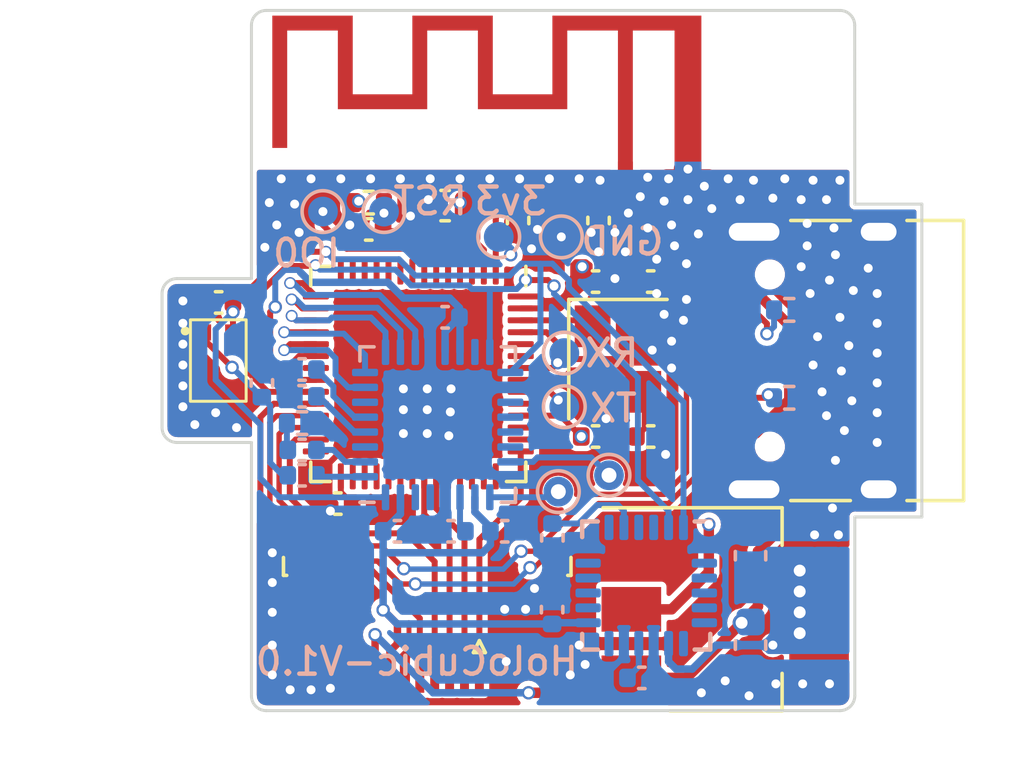
<source format=kicad_pcb>
(kicad_pcb (version 20211014) (generator pcbnew)
  (layers (0 "F.Cu" signal) (1 "In1.Cu" signal "In_GND.Cu") (2 "In2.Cu" signal "In_VCC.Cu") (31 "B.Cu" signal) (34 "B.Paste" user) (35 "F.Paste" user) (36 "B.SilkS" user "B.Silkscreen") (37 "F.SilkS" user "F.Silkscreen") (38 "B.Mask" user) (39 "F.Mask" user) (44 "Edge.Cuts" user))
  (net 0 "")
  (net 1 "Net-(AE1-Pad1)")
  (net 2 "GND")
  (net 3 "+5V")
  (net 4 "+3V3")
  (net 5 "/RST")
  (net 6 "/LNA")
  (net 7 "Net-(C9-Pad1)")
  (net 8 "Net-(C10-Pad1)")
  (net 9 "Net-(C11-Pad1)")
  (net 10 "Net-(C12-Pad2)")
  (net 11 "Net-(C13-Pad2)")
  (net 12 "Net-(C14-Pad1)")
  (net 13 "Net-(C14-Pad2)")
  (net 14 "Net-(C15-Pad2)")
  (net 15 "Net-(C16-Pad2)")
  (net 16 "Net-(C17-Pad1)")
  (net 17 "Net-(C19-Pad1)")
  (net 18 "/LCD_MOSI")
  (net 19 "/LCD_SCK")
  (net 20 "/LCD_CS")
  (net 21 "/LCD_DC")
  (net 22 "/LCD_BL")
  (net 23 "Net-(J2-PadA5)")
  (net 24 "/USB_D+")
  (net 25 "/USB_D-")
  (net 27 "Net-(J2-PadB5)")
  (net 29 "Net-(U3-Pad25)")
  (net 30 "Net-(U3-Pad23)")
  (net 31 "/TX0")
  (net 32 "/RX0")
  (net 33 "/IO0")
  (net 48 "/I2S_DACDAT")
  (net 49 "/I2S_MCK")
  (net 50 "/I2C_SDA")
  (net 51 "/I2C_SCL")
  (net 52 "/I2S_LRCK")
  (net 57 "/I2S_BCLK")
  (net 58 "/I2S_ADCDAT")
  (net 68 "Net-(C23-Pad2)")
  (net 69 "Net-(C24-Pad2)")
  (footprint "Capacitor_SMD:C_0402_1005Metric" (layer "F.Cu") (at 121.9 106.3 180)
    (fp_text reference "C17" hide)
    (fp_text value "2.2uf")
  )
  (footprint "Package_TO_SOT_SMD:SOT-223-3_TabPin2" (layer "F.Cu") (at 138.9 116.6)
    (fp_text reference "U1" hide)
    (fp_text value "AMS1117-3.3")
  )
  (footprint "Capacitor_SMD:C_0402_1005Metric" (layer "F.Cu") (at 125.9 113.05 180)
    (fp_text reference "C10" hide)
    (fp_text value "1uf")
  )
  (footprint "RF_Antenna:Texas_SWRA117D_2.4GHz_Left" (layer "F.Cu") (at 135.55 101.825)
    (fp_text reference "AE1" hide)
    (fp_text value "Antenna_Shield")
  )
  (footprint "Capacitor_SMD:C_0402_1005Metric" (layer "F.Cu") (at 134.65 103.55 -90)
    (fp_text reference "C8" hide)
    (fp_text value "3pf")
  )
  (footprint "Capacitor_SMD:C_0402_1005Metric" (layer "F.Cu") (at 131.95 103.55 -90)
    (fp_text reference "C7" hide)
    (fp_text value "3pf")
  )
  (footprint "Crystal:Crystal_SMD_3225-4Pin_3.2x2.5mm" (layer "F.Cu") (at 135.3 108.2 -90)
    (fp_text reference "Y1" hide)
    (fp_text value "40MHz")
  )
  (footprint "Capacitor_SMD:C_0402_1005Metric" (layer "F.Cu") (at 134.55 110.8)
    (fp_text reference "C3" hide)
    (fp_text value "0.1uf")
  )
  (footprint "Capacitor_SMD:C_0402_1005Metric" (layer "F.Cu") (at 136.4 105.6)
    (fp_text reference "C9" hide)
    (fp_text value "10pf")
  )
  (footprint "Inductor_SMD:L_0402_1005Metric" (layer "F.Cu") (at 129.9 104)
    (fp_text reference "L1" hide)
    (fp_text value "10uh")
  )
  (footprint "Capacitor_SMD:C_0402_1005Metric" (layer "F.Cu") (at 136.4 110.8)
    (fp_text reference "C11" hide)
    (fp_text value "10pf")
  )
  (footprint "Connector_USB:USB_C_Receptacle_HRO_TYPE-C-31-M-12" (layer "F.Cu") (at 143 108.25 90)
    (fp_text reference "J2" hide)
    (fp_text value "USB_C_Receptacle_USB2.0")
  )
  (footprint "Inductor_SMD:L_0402_1005Metric" (layer "F.Cu") (at 133.3 103.1)
    (fp_text reference "L1" hide)
    (fp_text value "10uh")
  )
  (footprint "Package_DFN_QFN:QFN-56-1EP_7x7mm_P0.4mm_EP5.6x5.6mm" (layer "F.Cu") (at 128.6 108.7 -90)
    (fp_text reference "U2" hide)
    (fp_text value "ESP32-S3")
  )
  (footprint "Capacitor_SMD:C_0603_1608Metric" (layer "F.Cu") (at 129.5 103.05 180)
    (fp_text reference "C2" hide)
    (fp_text value "1uf")
  )
  (footprint "Connector_FFC-FPC:TE_0-1734839-8_1x08-1MP_P0.5mm_Horizontal" (layer "F.Cu") (at 128.9 117.5 180)
    (fp_text reference "J1" hide)
    (fp_text value "TFT_LCD")
  )
  (footprint "Resistor_SMD:R_0402_1005Metric" (layer "F.Cu") (at 126.9375 102.95)
    (fp_text reference "R1" hide)
    (fp_text value "10k")
  )
  (footprint "Capacitor_SMD:C_0402_1005Metric" (layer "F.Cu") (at 126.9375 103.85 180)
    (fp_text reference "C5" hide)
    (fp_text value "0.1uf")
  )
  (footprint "misc:MEMS_MIC_2.75x1.85x0.9mm" (layer "F.Cu") (at 121.3771 109.2074)
    (property "Reference" "MK?")
    (property "Value" "Microphone_MEMS")
    (fp_text reference "MK1" hide)
    (fp_text value "Microphone_MEMS")
  )
  (footprint "Capacitor_SMD:C_0402_1005Metric" (layer "F.Cu") (at 134.55 105.6)
    (fp_text reference "C6" hide)
    (fp_text value "0.1uf")
  )
  (footprint "Capacitor_SMD:C_0603_1608Metric" (layer "B.Cu") (at 139.75 114.8 90)
    (fp_text reference "C4" hide)
    (fp_text value "10uf")
  )
  (footprint "Capacitor_SMD:C_0402_1005Metric" (layer "B.Cu") (at 124.7 111.25)
    (fp_text reference "C14" hide)
    (fp_text value "1uf")
  )
  (footprint "Capacitor_SMD:C_0402_1005Metric" (layer "B.Cu") (at 131.5 113.98 180)
    (fp_text reference "C21" hide)
    (fp_text value "2.2uf")
  )
  (footprint "TestPoint:TestPoint_Pad_D1.0mm" (layer "B.Cu") (at 135 112.1 -90)
    (fp_text reference "TP8" hide)
    (fp_text value "TestPoint")
  )
  (footprint "TestPoint:TestPoint_Pad_D1.0mm" (layer "B.Cu") (at 133.3 112.65 -90)
    (fp_text reference "TP7" hide)
    (fp_text value "TestPoint")
  )
  (footprint "TestPoint:TestPoint_Pad_D1.0mm" (layer "B.Cu") (at 127.45 103.25 180)
    (fp_text reference "TP3" hide)
    (fp_text value "TestPoint")
  )
  (footprint "Resistor_SMD:R_0402_1005Metric" (layer "B.Cu") (at 124.7 110.35 180)
    (fp_text reference "R4" hide)
    (fp_text value "0Ω")
  )
  (footprint "TestPoint:TestPoint_Pad_D1.0mm" (layer "B.Cu") (at 125.4 103.25 180)
    (fp_text reference "TP4" hide)
    (fp_text value "TestPoint")
  )
  (footprint "Capacitor_SMD:C_0402_1005Metric" (layer "B.Cu") (at 129.7 113.98 180)
    (fp_text reference "C19" hide)
    (fp_text value "2.2uf")
  )
  (footprint "Package_DFN_QFN:QFN-32-1EP_5x5mm_P0.5mm_EP3.3x3.3mm" (layer "B.Cu") (at 129.25 110.4)
    (fp_text reference "U3" hide)
    (fp_text value "WM8978")
  )
  (footprint "Capacitor_SMD:C_0402_1005Metric" (layer "B.Cu") (at 133.1 114.2 90)
    (fp_text reference "C23" hide)
    (fp_text value "2.2uf")
  )
  (footprint "Capacitor_SMD:C_0402_1005Metric" (layer "B.Cu") (at 124.7 112.1)
    (fp_text reference "C13" hide)
    (fp_text value "1uf")
  )
  (footprint "Resistor_SMD:R_0402_1005Metric" (layer "B.Cu") (at 141.05 109.5)
    (fp_text reference "R2" hide)
    (fp_text value "5.1k")
  )
  (footprint "Capacitor_SMD:C_0402_1005Metric" (layer "B.Cu") (at 129.5 106.8)
    (fp_text reference "C20" hide)
    (fp_text value "2.2uf")
  )
  (footprint "TestPoint:TestPoint_Pad_D1.0mm" (layer "B.Cu") (at 133.4 104.1 180)
    (fp_text reference "TP6" hide)
    (fp_text value "TestPoint")
  )
  (footprint "TestPoint:TestPoint_Pad_D1.0mm" (layer "B.Cu") (at 131.3 104.1 180)
    (fp_text reference "TP5" hide)
    (fp_text value "TestPoint")
  )
  (footprint "Capacitor_SMD:C_0402_1005Metric" (layer "B.Cu") (at 124.7 109.45)
    (fp_text reference "C15" hide)
    (fp_text value "1uf")
  )
  (footprint "Capacitor_SMD:C_0402_1005Metric" (layer "B.Cu") (at 124.7 108.55)
    (fp_text reference "C16" hide)
    (fp_text value "1uf")
  )
  (footprint "Capacitor_SMD:C_0603_1608Metric" (layer "B.Cu") (at 139.75 117.8 -90)
    (fp_text reference "C1" hide)
    (fp_text value "10uf")
  )
  (footprint "Capacitor_SMD:C_0402_1005Metric" (layer "B.Cu") (at 123.35 109 -90)
    (fp_text reference "C12" hide)
    (fp_text value "10pf")
  )
  (footprint "Capacitor_SMD:C_0402_1005Metric" (layer "B.Cu") (at 133.090476 116.61 -90)
    (fp_text reference "C22" hide)
    (fp_text value "2.2uf")
  )
  (footprint "Sensor_Motion:InvenSense_QFN-24_4x4mm_P0.5mm" (layer "B.Cu") (at 136.25 115.8 180)
    (fp_text reference "U4" hide)
    (fp_text value "MPU-6050")
  )
  (footprint "TestPoint:TestPoint_Pad_D1.0mm" (layer "B.Cu") (at 133.5 109.8)
    (fp_text reference "TP1" hide)
    (fp_text value "TestPoint")
  )
  (footprint "Resistor_SMD:R_0402_1005Metric" (layer "B.Cu") (at 141.05 106.55)
    (fp_text reference "R3" hide)
    (fp_text value "5.1k")
  )
  (footprint "TestPoint:TestPoint_Pad_D1.0mm" (layer "B.Cu") (at 133.5 108)
    (fp_text reference "TP2" hide)
    (fp_text value "TestPoint")
  )
  (footprint "Capacitor_SMD:C_0402_1005Metric" (layer "B.Cu") (at 136.1 118.9 180)
    (fp_text reference "C24" hide)
    (fp_text value "1uf")
  )
  (footprint "Capacitor_SMD:C_0402_1005Metric" (layer "B.Cu") (at 127.9 113.98)
    (fp_text reference "C18" hide)
    (fp_text value "1uf")
  )
  (gr_line (start 142.746447 96.5) (end 123.5 96.5) (layer "Edge.Cuts") (width 0.1))
  (gr_line (start 123.5 120) (end 142.75 120) (layer "Edge.Cuts") (width 0.1))
  (gr_line (start 145.5 103) (end 143.25 103) (layer "Edge.Cuts") (width 0.1))
  (gr_line (start 120 106) (end 120 110.5) (layer "Edge.Cuts") (width 0.1))
  (gr_line (start 120.5 111) (end 123 111) (layer "Edge.Cuts") (width 0.1))
  (gr_arc (start 120.5 111) (mid 120.146447 110.853553) (end 120 110.5) (layer "Edge.Cuts") (width 0.1))
  (gr_line (start 123 105.5) (end 120.5 105.5) (layer "Edge.Cuts") (width 0.1))
  (gr_line (start 143.25 119.5) (end 143.25 113.5) (layer "Edge.Cuts") (width 0.1))
  (gr_line (start 143.25 103) (end 143.246447 97) (layer "Edge.Cuts") (width 0.1))
  (gr_line (start 143.25 113.5) (end 145.5 113.5) (layer "Edge.Cuts") (width 0.1))
  (gr_line (start 123 111) (end 123 119.5) (layer "Edge.Cuts") (width 0.1))
  (gr_arc (start 123 97) (mid 123.146447 96.646447) (end 123.5 96.5) (layer "Edge.Cuts") (width 0.1))
  (gr_line (start 123 97) (end 123 105.5) (layer "Edge.Cuts") (width 0.1))
  (gr_arc (start 143.25 119.5) (mid 143.103553 119.853553) (end 142.75 120) (layer "Edge.Cuts") (width 0.1))
  (gr_arc (start 123.5 120) (mid 123.146447 119.853553) (end 123 119.5) (layer "Edge.Cuts") (width 0.1))
  (gr_line (start 145.5 113.5) (end 145.5 103) (layer "Edge.Cuts") (width 0.1))
  (gr_arc (start 142.746447 96.5) (mid 143.1 96.646447) (end 143.246447 97) (layer "Edge.Cuts") (width 0.1))
  (gr_arc (start 120 106) (mid 120.146447 105.646447) (end 120.5 105.5) (layer "Edge.Cuts") (width 0.1))
  (gr_text "GND" (at 135.45 104.25) (layer "B.SilkS") (effects (font (size 0.9 0.9)) (justify mirror)))
  (gr_text "RST" (at 129 102.9) (layer "B.SilkS") (effects (font (size 0.9 0.9)) (justify mirror)))
  (gr_text "TX" (at 135.15 109.85) (layer "B.SilkS") (effects (font (size 0.9 0.9)) (justify mirror)))
  (gr_text "IO0" (at 124.85 104.65) (layer "B.SilkS") (effects (font (size 0.9 0.9)) (justify mirror)))
  (gr_text "HoloCubic-V1.0" (at 128.55 118.35) (layer "B.SilkS") (effects (font (size 0.9 0.9)) (justify mirror)))
  (gr_text "3v3" (at 131.7 102.9) (layer "B.SilkS") (effects (font (size 0.9 0.9)) (justify mirror)))
  (gr_text "RX" (at 135.1 108) (layer "B.SilkS") (effects (font (size 0.9 0.9)) (justify mirror)))
  (segment (start 135.55 101.825) (end 135.55 102.17) (width 0.4) (layer "F.Cu") (net 1))
  (segment (start 134.65 103.07) (end 133.815 103.07) (width 0.4) (layer "F.Cu") (net 1))
  (arc (start 133.815 103.07) (mid 133.793787 103.078787) (end 133.785 103.1) (width 0.4) (layer "F.Cu") (net 1))
  (arc (start 135.55 102.17) (mid 135.286396 102.806396) (end 134.65 103.07) (width 0.4) (layer "F.Cu") (net 1))
  (arc (start 134.62 103.1) (mid 134.641213 103.091213) (end 134.65 103.07) (width 0.2) (layer "F.Cu") (net 1))
  (segment (start 126.1 119.7) (end 125.65 119.25) (width 0.2) (layer "F.Cu") (net 2))
  (segment (start 137.45 102.15) (end 137.625 101.975) (width 0.2) (layer "F.Cu") (net 2))
  (segment (start 125.42 111.88) (end 128.6 108.7) (width 0.2) (layer "F.Cu") (net 2))
  (segment (start 137.925 102.45) (end 137.625 102.45) (width 0.3) (layer "F.Cu") (net 2))
  (segment (start 137.325 102.45) (end 137.625 102.45) (width 0.3) (layer "F.Cu") (net 2))
  (segment (start 125.65 119.25) (end 125.48 119.08) (width 0.2) (layer "F.Cu") (net 2))
  (segment (start 138.375 102) (end 137.925 102.45) (width 0.3) (layer "F.Cu") (net 2))
  (segment (start 136.875 102) (end 137.325 102.45) (width 0.3) (layer "F.Cu") (net 2))
  (segment (start 128.15 119.65) (end 128.1 119.7) (width 0.2) (layer "F.Cu") (net 2))
  (segment (start 125.42 113.05) (end 125.42 111.88) (width 0.2) (layer "F.Cu") (net 2))
  (segment (start 137.625 101.825) (end 137.625 102.45) (width 0.9) (layer "F.Cu") (net 2))
  (segment (start 125.48 119.08) (end 125.48 117.15) (width 0.2) (layer "F.Cu") (net 2))
  (segment (start 128.1 119.7) (end 126.1 119.7) (width 0.2) (layer "F.Cu") (net 2))
  (segment (start 128.15 118.85) (end 128.15 119.65) (width 0.2) (layer "F.Cu") (net 2))
  (segment (start 136.875 102.15) (end 137.45 102.15) (width 0.3) (layer "F.Cu") (net 2))
  (segment (start 138.37 101.98) (end 136.92 101.98) (width 0.3) (layer "F.Cu") (net 2))
  (segment (start 137.8 102.15) (end 137.625 101.975) (width 0.2) (layer "F.Cu") (net 2))
  (segment (start 138.375 102.15) (end 137.8 102.15) (width 0.3) (layer "F.Cu") (net 2))
  (via (at 142.7 114.1) (size 0.45) (drill 0.3) (layers "F.Cu" "B.Cu") (net 2))
  (via (at 134.9 110.2) (size 0.45) (drill 0.3) (layers "F.Cu" "B.Cu") (net 2))
  (via (at 142.15 109.3) (size 0.45) (drill 0.3) (layers "F.Cu" "B.Cu") (net 2))
  (via (at 129.675 109.975) (size 0.45) (drill 0.3) (layers "F.Cu" "B.Cu") (net 2))
  (via (at 120.7 107) (size 0.45) (drill 0.3) (layers "F.Cu" "B.Cu") (net 2))
  (via (at 123.7 117.8) (size 0.45) (drill 0.3) (layers "F.Cu" "B.Cu") (net 2))
  (via (at 142.6 104.7) (size 0.45) (drill 0.3) (layers "F.Cu" "B.Cu") (net 2))
  (via (at 135.2 103.95) (size 0.45) (drill 0.3) (layers "F.Cu" "B.Cu") (net 2))
  (via (at 128.1 110.7) (size 0.45) (drill 0.3) (layers "F.Cu" "B.Cu") (net 2))
  (via (at 128 102.15) (size 0.45) (drill 0.3) (layers "F.Cu" "B.Cu") (net 2))
  (via (at 137 102.15) (size 0.45) (drill 0.3) (layers "F.Cu" "B.Cu") (net 2))
  (via (at 142.4 119.1) (size 0.45) (drill 0.3) (layers "F.Cu" "B.Cu") (net 2))
  (via (at 142.9 110.6) (size 0.45) (drill 0.3) (layers "F.Cu" "B.Cu") (net 2))
  (via (at 123.45 104.45) (size 0.45) (drill 0.3) (layers "F.Cu" "B.Cu") (net 2))
  (via (at 135.65 103.3) (size 0.45) (drill 0.3) (layers "F.Cu" "B.Cu") (net 2))
  (via (at 129.7 109.2) (size 0.45) (drill 0.3) (layers "F.Cu" "B.Cu") (net 2))
  (via (at 139.85 102.2) (size 0.45) (drill 0.3) (layers "F.Cu" "B.Cu") (net 2))
  (via (at 142.4 105.55) (size 0.45) (drill 0.3) (layers "F.Cu" "B.Cu") (net 2))
  (via (at 137.2 104.4) (size 0.45) (drill 0.3) (layers "F.Cu" "B.Cu") (net 2))
  (via (at 125 119.3) (size 0.45) (drill 0.3) (layers "F.Cu" "B.Cu") (net 2))
  (via (at 131.5 116.6) (size 0.45) (drill 0.3) (layers "F.Cu" "B.Cu") (net 2))
  (via (at 124.3 119.3) (size 0.45) (drill 0.3) (layers "F.Cu" "B.Cu") (net 2))
  (via (at 143.05 107.75) (size 0.45) (drill 0.3) (layers "F.Cu" "B.Cu") (net 2))
  (via (at 137.5 106.9) (size 0.45) (drill 0.3) (layers "F.Cu" "B.Cu") (net 2))
  (via (at 134.4 103.95) (size 0.45) (drill 0.3) (layers "F.Cu" "B.Cu") (net 2))
  (via (at 138 104) (size 0.45) (drill 0.3) (layers "F.Cu" "B.Cu") (net 2))
  (via (at 124.6 103.95) (size 0.45) (drill 0.3) (layers "F.Cu" "B.Cu") (net 2))
  (via (at 132.6 103.85) (size 0.45) (drill 0.3) (layers "F.Cu" "B.Cu") (net 2))
  (via (at 134.65 104.6) (size 0.45) (drill 0.3) (layers "F.Cu" "B.Cu") (net 2))
  (via (at 130 102.15) (size 0.45) (drill 0.3) (layers "F.Cu" "B.Cu") (net 2))
  (via (at 142.3 110.1) (size 0.45) (drill 0.3) (layers "F.Cu" "B.Cu") (net 2))
  (via (at 140.9 102.15) (size 0.45) (drill 0.3) (layers "F.Cu" "B.Cu") (net 2))
  (via (at 123.6 102.95) (size 0.45) (drill 0.3) (layers "F.Cu" "B.Cu") (net 2))
  (via (at 142.75 106.8) (size 0.45) (drill 0.3) (layers "F.Cu" "B.Cu") (net 2))
  (via (at 123.7 116.7) (size 0.45) (drill 0.3) (layers "F.Cu" "B.Cu") (net 2))
  (via (at 128.9 109.2) (size 0.45) (drill 0.3) (layers "F.Cu" "B.Cu") (net 2))
  (via (at 133 102.15) (size 0.45) (drill 0.3) (layers "F.Cu" "B.Cu") (net 2))
  (via (at 135.2 105.5) (size 0.45) (drill 0.3) (layers "F.Cu" "B.Cu") (net 2))
  (via (at 136.85 102.9) (size 0.45) (drill 0.3) (layers "F.Cu" "B.Cu") (net 2))
  (via (at 134.7 102.2) (size 0.45) (drill 0.3) (layers "F.Cu" "B.Cu") (net 2))
  (via (at 143.15 109.6) (size 0.45) (drill 0.3) (layers "F.Cu" "B.Cu") (net 2))
  (via (at 144 110) (size 0.45) (drill 0.3) (layers "F.Cu" "B.Cu") (net 2))
  (via (at 120.7 108.4) (size 0.45) (drill 0.3) (layers "F.Cu" "B.Cu") (net 2))
  (via (at 142.75 102.2) (size 0.45) (drill 0.3) (layers "F.Cu" "B.Cu") (net 2))
  (via (at 143.7 105.15) (size 0.45) (drill 0.3) (layers "F.Cu" "B.Cu") (net 2))
  (via (at 128.9 110.7) (size 0.45) (drill 0.3) (layers "F.Cu" "B.Cu") (net 2))
  (via (at 134 102.15) (size 0.45) (drill 0.3) (layers "F.Cu" "B.Cu") (net 2))
  (via (at 131 102.15) (size 0.45) (drill 0.3) (layers "F.Cu" "B.Cu") (net 2))
  (via (at 141.5 119.1) (size 0.45) (drill 0.3) (layers "F.Cu" "B.Cu") (net 2))
  (via (at 120.7 107.7) (size 0.45) (drill 0.3) (layers "F.Cu" "B.Cu") (net 2))
  (via (at 142.5 113.2) (size 0.45) (drill 0.3) (layers "F.Cu" "B.Cu") (net 2))
  (via (at 138.45 103.15) (size 0.45) (drill 0.3) (layers "F.Cu" "B.Cu") (net 2))
  (via (at 139.4 102.85) (size 0.45) (drill 0.3) (layers "F.Cu" "B.Cu") (net 2))
  (via (at 123.7 114.7) (size 0.45) (drill 0.3) (layers "F.Cu" "B.Cu") (net 2))
  (via (at 137.1 103.7) (size 0.45) (drill 0.3) (layers "F.Cu" "B.Cu") (net 2))
  (via (at 138.1 119.4) (size 0.45) (drill 0.3) (layers "F.Cu" "B.Cu") (net 2))
  (via (at 136.3 102.1) (size 0.45) (drill 0.3) (layers "F.Cu" "B.Cu") (net 2))
  (via (at 144 109) (size 0.45) (drill 0.3) (layers "F.Cu" "B.Cu") (net 2))
  (via (at 144 106) (size 0.45) (drill 0.3) (layers "F.Cu" "B.Cu") (net 2))
  (via (at 126 102.15) (size 0.45) (drill 0.3) (layers "F.Cu" "B.Cu") (net 2))
  (via (at 124 102.15) (size 0.45) (drill 0.3) (layers "F.Cu" "B.Cu") (net 2))
  (via (at 125.65 119.25) (size 0.45) (drill 0.3) (layers "F.Cu" "B.Cu") (net 2))
  (via (at 139 102.15) (size 0.45) (drill 0.3) (layers "F.Cu" "B.Cu") (net 2))
  (via (at 138.2 102.4) (size 0.45) (drill 0.3) (layers "F.Cu" "B.Cu") (net 2))
  (via (at 136.6 104.85) (size 0.45) (drill 0.3) (layers "F.Cu" "B.Cu") (net 2))
  (via (at 141.45 105.1) (size 0.45) (drill 0.3) (layers "F.Cu" "B.Cu") (net 2))
  (via (at 142.8 108.6) (size 0.45) (drill 0.3) (layers "F.Cu" "B.Cu") (net 2))
  (via (at 143.2 105.9) (size 0.45) (drill 0.3) (layers "F.Cu" "B.Cu") (net 2))
  (via (at 123.7 118.8) (size 0.45) (drill 0.3) (layers "F.Cu" "B.Cu") (net 2))
  (via (at 136.05 102.75) (size 0.45) (drill 0.3) (layers "F.Cu" "B.Cu") (net 2))
  (via (at 137.6 106.2) (size 0.45) (drill 0.3) (layers "F.Cu" "B.Cu") (net 2))
  (via (at 136.85 106.7) (size 0.45) (drill 0.3) (layers "F.Cu" "B.Cu") (net 2))
  (via (at 141.65 103.65) (size 0.45) (drill 0.3) (layers "F.Cu" "B.Cu") (net 2))
  (via (at 127 102.15) (size 0.45) (drill 0.3) (layers "F.Cu" "B.Cu") (net 2))
  (via (at 136.9 111.4) (size 0.45) (drill 0.3) (layers "F.Cu" "B.Cu") (net 2))
  (via (at 138.9 119) (size 0.45) (drill 0.3) (layers "F.Cu" "B.Cu") (net 2))
  (via (at 128.3375 103.4) (size 0.45) (drill 0.3) (layers "F.Cu" "B.Cu") (net 2))
  (via (at 125.65 113.3) (size 0.45) (drill 0.3) (layers "F.Cu" "B.Cu") (net 2))
  (via (at 128.1 109.2) (size 0.45) (drill 0.3) (layers "F.Cu" "B.Cu") (net 2))
  (via (at 134.2 118.45) (size 0.45) (drill 0.3) (layers "F.Cu" "B.Cu") (net 2))
  (via (at 136.6 106) (size 0.45) (drill 0.3) (layers "F.Cu" "B.Cu") (net 2))
  (via (at 137.65 102.85) (size 0.45) (drill 0.3) (layers "F.Cu" "B.Cu") (net 2))
  (via (at 132.2 116.6) (size 0.45) (drill 0.3) (layers "F.Cu" "B.Cu") (net 2))
  (via (at 122.5 110.5) (size 0.45) (drill 0.3) (layers "F.Cu" "B.Cu") (net 2))
  (via (at 136.3 103.8) (size 0.45) (drill 0.3) (layers "F.Cu" "B.Cu") (net 2))
  (via (at 135.55 104.6) (size 0.45) (drill 0.3) (layers "F.Cu" "B.Cu") (net 2))
  (via (at 120.7 106.25) (size 0.45) (drill 0.3) (layers "F.Cu" "B.Cu") (net 2))
  (via (at 134 117.8) (size 0.45) (drill 0.3) (layers "F.Cu" "B.Cu") (net 2))
  (via (at 144 111) (size 0.45) (drill 0.3) (layers "F.Cu" "B.Cu") (net 2))
  (via (at 123.7 115.7) (size 0.45) (drill 0.3) (layers "F.Cu" "B.Cu") (net 2))
  (via (at 141.45 102.85) (size 0.45) (drill 0.3) (layers "F.Cu" "B.Cu") (net 2))
  (via (at 126.3 103.7) (size 0.45) (drill 0.3) (layers "F.Cu" "B.Cu") (net 2))
  (via (at 141.85 102.2) (size 0.45) (drill 0.3) (layers "F.Cu" "B.Cu") (net 2))
  (via (at 137.1 108.5) (size 0.45) (drill 0.3) (layers "F.Cu" "B.Cu") (net 2))
  (via (at 141.75 106) (size 0.45) (drill 0.3) (layers "F.Cu" "B.Cu") (net 2))
  (via (at 132.4 104.5) (size 0.45) (drill 0.3) (layers "F.Cu" "B.Cu") (net 2))
  (via (at 141.9 114.1) (size 0.45) (drill 0.3) (layers "F.Cu" "B.Cu") (net 2))
  (via (at 144 108) (size 0.45) (drill 0.3) (layers "F.Cu" "B.Cu") (net 2))
  (via (at 142.6 111.6) (size 0.45) (drill 0.3) (layers "F.Cu" "B.Cu") (net 2))
  (via (at 120.7 109.1) (size 0.45) (drill 0.3) (layers "F.Cu" "B.Cu") (net 2))
  (via (at 132.5 115.9) (size 0.45) (drill 0.3) (layers "F.Cu" "B.Cu") (net 2))
  (via (at 128.9 109.9) (size 0.45) (drill 0.3) (layers "F.Cu" "B.Cu") (net 2))
  (via (at 131.55 118.35) (size 0.45) (drill 0.3) (layers "F.Cu" "B.Cu") (net 2))
  (via (at 137.1 107.6) (size 0.45) (drill 0.3) (layers "F.Cu" "B.Cu") (net 2))
  (via (at 144 107) (size 0.45) (drill 0.3) (layers "F.Cu" "B.Cu") (net 2))
  (via (at 140.6 119.1) (size 0.45) (drill 0.3) (layers "F.Cu" "B.Cu") (net 2))
  (via (at 133.7 118.8) (size 0.45) (drill 0.3) (layers "F.Cu" "B.Cu") (net 2))
  (via (at 121.1 110.4) (size 0.45) (drill 0.3) (layers "F.Cu" "B.Cu") (net 2))
  (via (at 136.45 107.9) (size 0.45) (drill 0.3) (layers "F.Cu" "B.Cu") (net 2))
  (via (at 141.65 104.4) (size 0.45) (drill 0.3) (layers "F.Cu" "B.Cu") (net 2))
  (via (at 129 102.15) (size 0.45) (drill 0.3) (layers "F.Cu" "B.Cu") (net 2))
  (via (at 132 102.15) (size 0.45) (drill 0.3) (layers "F.Cu" "B.Cu") (net 2))
  (via (at 142.3 102.85) (size 0.45) (drill 0.3) (layers "F.Cu" "B.Cu") (net 2))
  (via (at 121.8 110) (size 0.45) (drill 0.3) (layers "F.Cu" "B.Cu") (net 2))
  (via (at 125 102.15) (size 0.45) (drill 0.3) (layers "F.Cu" "B.Cu") (net 2))
  (via (at 124.45 103) (size 0.45) (drill 0.3) (layers "F.Cu" "B.Cu") (net 2))
  (via (at 128.1 109.9) (size 0.45) (drill 0.3) (layers "F.Cu" "B.Cu") (net 2))
  (via (at 120.7 109.8) (size 0.45) (drill 0.3) (layers "F.Cu" "B.Cu") (net 2))
  (via (at 140.5 102.8) (size 0.45) (drill 0.3) (layers "F.Cu" "B.Cu") (net 2))
  (via (at 137.6 105) (size 0.45) (drill 0.3) (layers "F.Cu" "B.Cu") (net 2))
  (via (at 123.85 103.7) (size 0.45) (drill 0.3) (layers "F.Cu" "B.Cu") (net 2))
  (via (at 142 107.45) (size 0.45) (drill 0.3) (layers "F.Cu" "B.Cu") (net 2))
  (via (at 139.7 119.5) (size 0.45) (drill 0.3) (layers "F.Cu" "B.Cu") (net 2))
  (via (at 141.85 108.4) (size 0.45) (drill 0.3) (layers "F.Cu" "B.Cu") (net 2))
  (via (at 133.4 104.1) (size 0.45) (drill 0.3) (layers "F.Cu" "B.Cu") (net 2))
  (via (at 129.625 110.775) (size 0.45) (drill 0.3) (layers "F.Cu" "B.Cu") (net 2))
  (via (at 128.9375 102.85) (size 0.45) (drill 0.3) (layers "F.Cu" "B.Cu") (net 2))
  (via (at 142.55 103.8) (size 0.45) (drill 0.3) (layers "F.Cu" "B.Cu") (net 2))
  (segment (start 131.6875 109.15) (end 130.5 109.15) (width 0.2) (layer "B.Cu") (net 2))
  (segment (start 134.4 118.65) (end 134.2 118.45) (width 0.2) (layer "B.Cu") (net 2))
  (segment (start 129.5 112.8375) (end 129.5 110.65) (width 0.2) (layer "B.Cu") (net 2))
  (segment (start 135.5 118.18742) (end 135.03742 118.65) (width 0.2) (layer "B.Cu") (net 2))
  (segment (start 133.090476 116.13) (end 133.090476 114.689524) (width 0.2) (layer "B.Cu") (net 2))
  (segment (start 135.5 117.75) (end 135.5 118.18742) (width 0.2) (layer "B.Cu") (net 2))
  (segment (start 136.58 118.9) (end 136.70759 119.02759) (width 0.2) (layer "B.Cu") (net 2))
  (segment (start 129.675 109.975) (end 129.25 110.4) (width 0.2) (layer "B.Cu") (net 2))
  (segment (start 129.5 113.7) (end 129.22 113.98) (width 0.2) (layer "B.Cu") (net 2))
  (segment (start 132.4 113.98) (end 131.98 113.98) (width 0.2) (layer "B.Cu") (net 2))
  (segment (start 129.425 110.575) (end 129.25 110.4) (width 0.2) (layer "B.Cu") (net 2))
  (segment (start 131 112.15) (end 129.625 110.775) (width 0.2) (layer "B.Cu") (net 2))
  (segment (start 129.02 106.7) (end 129.02 107.9425) (width 0.2) (layer "B.Cu") (net 2))
  (segment (start 129 107.9625) (end 129 110) (width 0.2) (layer "B.Cu") (net 2))
  (segment (start 134.3 114.55) (end 133.23 114.55) (width 0.2) (layer "B.Cu") (net 2))
  (segment (start 130.5 109.15) (end 129.675 109.975) (width 0.2) (layer "B.Cu") (net 2))
  (segment (start 128.38 113.98) (end 129.22 113.98) (width 0.2) (layer "B.Cu") (net 2))
  (segment (start 135.03742 118.65) (end 134.4 118.65) (width 0.2) (layer "B.Cu") (net 2))
  (segment (start 133.23 114.55) (end 133.1 114.68) (width 0.2) (layer "B.Cu") (net 2))
  (segment (start 136.5 118.82) (end 136.58 118.9) (width 0.2) (layer "B.Cu") (net 2))
  (segment (start 129.625 110.775) (end 129.425 110.575) (width 0.2) (layer "B.Cu") (net 2))
  (segment (start 129.02 107.9425) (end 129 107.9625) (width 0.2) (layer "B.Cu") (net 2))
  (segment (start 129.5 112.8375) (end 129.5 113.7) (width 0.2) (layer "B.Cu") (net 2))
  (segment (start 129 110) (end 129 110.15) (width 0.2) (layer "B.Cu") (net 2))
  (segment (start 133.090476 114.689524) (end 133.1 114.68) (width 0.2) (layer "B.Cu") (net 2))
  (segment (start 133.1 114.68) (end 132.4 113.98) (width 0.2) (layer "B.Cu") (net 2))
  (segment (start 131.6875 112.15) (end 131 112.15) (width 0.2) (layer "B.Cu") (net 2))
  (segment (start 136.5 117.75) (end 136.5 118.82) (width 0.2) (layer "B.Cu") (net 2))
  (segment (start 141.7 112.95) (end 141.7 110.221438) (width 0.35) (layer "F.Cu") (net 3))
  (segment (start 135.75 118.9) (end 135.25 119.4) (width 0.35) (layer "F.Cu") (net 3))
  (segment (start 141.7 110.221438) (end 141.05 109.571438) (width 0.35) (layer "F.Cu") (net 3))
  (segment (start 141.05 107.070978) (end 141.05 109.571438) (width 0.35) (layer "F.Cu") (net 3))
  (segment (start 138.955 105.8) (end 139.779022 105.8) (width 0.25) (layer "F.Cu") (net 3))
  (segment (start 140 114.65) (end 141.7 112.95) (width 0.35) (layer "F.Cu") (net 3))
  (segment (start 135.25 119.4) (end 132.3 119.4) (width 0.35) (layer "F.Cu") (net 3))
  (segment (start 137.6 118.9) (end 139.45 117.05) (width 0.35) (layer "F.Cu") (net 3))
  (segment (start 139.779022 105.8) (end 141.05 107.070978) (width 0.35) (layer "F.Cu") (net 3))
  (segment (start 141.05 109.571438) (end 139.921438 110.7) (width 0.35) (layer "F.Cu") (net 3))
  (segment (start 140 116.5) (end 140 114.65) (width 0.35) (layer "F.Cu") (net 3))
  (segment (start 139.45 117.05) (end 140 116.5) (width 0.35) (layer "F.Cu") (net 3))
  (segment (start 127.15 118.85) (end 127.15 117.45) (width 0.25) (layer "F.Cu") (net 3))
  (segment (start 139.921438 110.7) (end 138.955 110.7) (width 0.25) (layer "F.Cu") (net 3))
  (segment (start 135.75 118.9) (end 137.6 118.9) (width 0.35) (layer "F.Cu") (net 3))
  (via (at 132.3 119.4) (size 0.45) (drill 0.3) (layers "F.Cu" "B.Cu") (net 3))
  (via (at 127.15 117.45) (size 0.45) (drill 0.3) (layers "F.Cu" "B.Cu") (net 3))
  (via (at 139.45 117.05) (size 0.6) (drill 0.4) (layers "F.Cu" "B.Cu") (net 3))
  (segment (start 129.1 119.4) (end 132.3 119.4) (width 0.25) (layer "B.Cu") (net 3))
  (segment (start 127.15 117.45) (end 129.1 119.4) (width 0.25) (layer "B.Cu") (net 3))
  (segment (start 130.4 103.3875) (end 130.1625 103.15) (width 0.2) (layer "F.Cu") (net 4))
  (segment (start 127.65 118.000978) (end 127.9 117.750978) (width 0.25) (layer "F.Cu") (net 4))
  (segment (start 127.9 117.750978) (end 127.9 117.1) (width 0.25) (layer "F.Cu") (net 4))
  (segment (start 130.2875 104.025) (end 130.2875 103.65) (width 0.2) (layer "F.Cu") (net 4))
  (segment (start 133.37 110.1) (end 132.0375 110.1) (width 0.2) (layer "F.Cu") (net 4))
  (segment (start 137.1 116.6) (end 135.75 116.6) (width 0.35) (layer "F.Cu") (net 4))
  (segment (start 133.05 106.5) (end 132.0375 106.5) (width 0.2) (layer "F.Cu") (net 4))
  (segment (start 130.4 105.2625) (end 130.4 104.1375) (width 0.2) (layer "F.Cu") (net 4))
  (segment (start 130.35625 104.09375) (end 130.2875 104.025) (width 0.2) (layer "F.Cu") (net 4))
  (segment (start 124.6 108.1) (end 124.3 108.4) (width 0.2) (layer "F.Cu") (net 4))
  (segment (start 130.4 104.1375) (end 130.4 103.3875) (width 0.2) (layer "F.Cu") (net 4))
  (segment (start 133.17 106.5) (end 133.385 106.285) (width 0.2) (layer "F.Cu") (net 4))
  (segment (start 130.6 104.3375) (end 130.35625 104.09375) (width 0.2) (layer "F.Cu") (net 4))
  (segment (start 127.9 117.1) (end 127.42 116.62) (width 0.25) (layer "F.Cu") (net 4))
  (segment (start 125.1625 108.1) (end 124.6 108.1) (width 0.2) (layer "F.Cu") (net 4))
  (segment (start 133.585 106.085) (end 134.07 105.6) (width 0.2) (layer "F.Cu") (net 4))
  (segment (start 123.62904 106.62096) (end 123.8 106.45) (width 0.2) (layer "F.Cu") (net 4))
  (segment (start 130.1625 103.15) (end 130.1625 104.125) (width 0.2) (layer "F.Cu") (net 4))
  (segment (start 130.6 104.3375) (end 130.4 104.1375) (width 0.2) (layer "F.Cu") (net 4))
  (segment (start 130.8 104.7625) (end 130.8 104.5375) (width 0.2) (layer "F.Cu") (net 4))
  (segment (start 138.35 113.75) (end 138.35 115.35) (width 0.35) (layer "F.Cu") (net 4))
  (segment (start 130.8 105.2625) (end 130.8 104.7625) (width 0.2) (layer "F.Cu") (net 4))
  (segment (start 138.35 115.35) (end 137.1 116.6) (width 0.35) (layer "F.Cu") (net 4))
  (segment (start 130.8 104.5375) (end 130.6 104.3375) (width 0.2) (layer "F.Cu") (net 4))
  (segment (start 133.37 110.1) (end 134.07 110.8) (width 0.2) (layer "F.Cu") (net 4))
  (segment (start 130.1625 104.125) (end 130.8 104.7625) (width 0.2) (layer "F.Cu") (net 4))
  (segment (start 124.3 108.4) (end 123.815006 108.4) (width 0.2) (layer "F.Cu") (net 4))
  (segment (start 133.385 106.285) (end 133.56 106.11) (width 0.2) (layer "F.Cu") (net 4))
  (segment (start 127.65 118.85) (end 127.65 118.000978) (width 0.25) (layer "F.Cu") (net 4))
  (segment (start 133.56 106.11) (end 133.585 106.085) (width 0.2) (layer "F.Cu") (net 4))
  (segment (start 123.815006 108.4) (end 123.62904 108.214034) (width 0.2) (layer "F.Cu") (net 4))
  (segment (start 123.62904 108.214034) (end 123.62904 106.62096) (width 0.2) (layer "F.Cu") (net 4))
  (segment (start 132.65 106.1) (end 133.05 106.5) (width 0.2) (layer "F.Cu") (net 4))
  (segment (start 133.05 106.5) (end 133.17 106.5) (width 0.2) (layer "F.Cu") (net 4))
  (segment (start 132.0375 106.1) (end 132.65 106.1) (width 0.2) (layer "F.Cu") (net 4))
  (via (at 134.1 105.1) (size 0.45) (drill 0.3) (layers "F.Cu" "B.Cu") (net 4))
  (via (at 131.7 104.7) (size 0.45) (drill 0.3) (layers "F.Cu" "B.Cu") (net 4))
  (via (at 140.5 117.8) (size 0.45) (drill 0.3) (layers "F.Cu" "B.Cu") (net 4))
  (via (at 123.8 106.45) (size 0.45) (drill 0.3) (layers "F.Cu" "B.Cu") (net 4))
  (via (at 141.4 116.7) (size 0.6) (drill 0.4) (layers "F.Cu" "B.Cu") (net 4))
  (via (at 141.4 117.4) (size 0.6) (drill 0.4) (layers "F.Cu" "B.Cu") (net 4))
  (via (at 134.07 110.8) (size 0.45) (drill 0.3) (layers "F.Cu" "B.Cu") (net 4))
  (via (at 127.42 116.62) (size 0.45) (drill 0.3) (layers "F.Cu" "B.Cu") (net 4))
  (via (at 126.6 102.9) (size 0.45) (drill 0.3) (layers "F.Cu" "B.Cu") (net 4))
  (via (at 141.4 115.3) (size 0.6) (drill 0.4) (layers "F.Cu" "B.Cu") (net 4))
  (via (at 141.4 116) (size 0.6) (drill 0.4) (layers "F.Cu" "B.Cu") (net 4))
  (via (at 138.35 113.75) (size 0.45) (drill 0.3) (layers "F.Cu" "B.Cu") (net 4))
  (via (at 130 102.95) (size 0.45) (drill 0.3) (layers "F.Cu" "B.Cu") (net 4))
  (segment (start 124.560489 105.210489) (end 124.65 105.3) (width 0.2) (layer "B.Cu") (net 4))
  (segment (start 127.42 114.67) (end 127.42 116.62) (width 0.25) (layer "B.Cu") (net 4))
  (segment (start 130 106.82) (end 130 107.9625) (width 0.25) (layer "B.Cu") (net 4))
  (segment (start 130.5 112.8375) (end 130.5 113.33307) (width 0.25) (layer "B.Cu") (net 4))
  (segment (start 134.3 117.05) (end 133.130476 117.05) (width 0.25) (layer "B.Cu") (net 4))
  (segment (start 127.42 113.98) (end 127.42 114.67) (width 0.25) (layer "B.Cu") (net 4))
  (segment (start 128.10356 106.15356) (end 127.57452 105.62452) (width 0.25) (layer "B.Cu") (net 4))
  (segment (start 129.98 106.8) (end 129.98 106.48) (width 0.25) (layer "B.Cu") (net 4))
  (segment (start 137 118.35307) (end 137.25 118.60307) (width 0.25) (layer "B.Cu") (net 4))
  (segment (start 127.45 114.7) (end 127.42 114.67) (width 0.25) (layer "B.Cu") (net 4))
  (segment (start 131.02 113.85307) (end 131.02 113.98) (width 0.25) (layer "B.Cu") (net 4))
  (segment (start 137.79693 118.60307) (end 138.6 117.8) (width 0.25) (layer "B.Cu") (net 4))
  (segment (start 131.7 104.7) (end 131.7 104.5) (width 0.25) (layer "B.Cu") (net 4))
  (segment (start 124.982747 105.624519) (end 124.65 105.291772) (width 0.25) (layer "B.Cu") (net 4))
  (segment (start 130.5 113.33307) (end 131.02 113.85307) (width 0.25) (layer "B.Cu") (net 4))
  (segment (start 137.25 118.60307) (end 137.79693 118.60307) (width 0.25) (layer "B.Cu") (net 4))
  (segment (start 129.5 107.28693) (end 129.62452 107.16241) (width 0.25) (layer "B.Cu") (net 4))
  (segment (start 124.117947 105.210489) (end 124.560489 105.210489) (width 0.2) (layer "B.Cu") (net 4))
  (segment (start 128 112.8375) (end 128 113.4) (width 0.25) (layer "B.Cu") (net 4))
  (segment (start 133.090476 117.09) (end 127.89 117.09) (width 0.25) (layer "B.Cu") (net 4))
  (segment (start 131.02 114.43) (end 130.75 114.7) (width 0.25) (layer "B.Cu") (net 4))
  (segment (start 128 113.4) (end 127.42 113.98) (width 0.25) (layer "B.Cu") (net 4))
  (segment (start 129.5 107.9625) (end 129.5 107.28693) (width 0.25) (layer "B.Cu") (net 4))
  (segment (start 129.98 106.8) (end 130 106.82) (width 0.25) (layer "B.Cu") (net 4))
  (segment (start 129.98 106.48) (end 129.65356 106.15356) (width 0.25) (layer "B.Cu") (net 4))
  (segment (start 127.89 117.09) (end 127.42 116.62) (width 0.25) (layer "B.Cu") (net 4))
  (segment (start 137 117.75) (end 137 118.35307) (width 0.25) (layer "B.Cu") (net 4))
  (segment (start 133.130476 117.05) (end 133.090476 117.09) (width 0.25) (layer "B.Cu") (net 4))
  (segment (start 141.125 115.575) (end 141.4 115.3) (width 0.25) (layer "B.Cu") (net 4))
  (segment (start 127.57452 105.62452) (end 124.982747 105.624519) (width 0.25) (layer "B.Cu") (net 4))
  (segment (start 131.02 113.98) (end 131.02 114.43) (width 0.25) (layer "B.Cu") (net 4))
  (segment (start 123.8 106.45) (end 123.8 105.528436) (width 0.2) (layer "B.Cu") (net 4))
  (segment (start 139.75 115.575) (end 141.125 115.575) (width 0.25) (layer "B.Cu") (net 4))
  (segment (start 129.65356 106.15356) (end 128.10356 106.15356) (width 0.25) (layer "B.Cu") (net 4))
  (segment (start 130.75 114.7) (end 127.45 114.7) (width 0.25) (layer "B.Cu") (net 4))
  (segment (start 129.62452 107.15548) (end 129.98 106.8) (width 0.25) (layer "B.Cu") (net 4))
  (segment (start 131.7 104.5) (end 131.3 104.1) (width 0.25) (layer "B.Cu") (net 4))
  (segment (start 129.62452 107.16241) (end 129.62452 107.15548) (width 0.25) (layer "B.Cu") (net 4))
  (segment (start 123.8 105.528436) (end 124.117947 105.210489) (width 0.2) (layer "B.Cu") (net 4))
  (segment (start 138.6 117.8) (end 140.5 117.8) (width 0.25) (layer "B.Cu") (net 4))
  (segment (start 127.4475 102.95) (end 127.4475 103.3025) (width 0.2) (layer "F.Cu") (net 5))
  (segment (start 130 105.2625) (end 130 104.5625) (width 0.2) (layer "F.Cu") (net 5))
  (segment (start 129.36875 103.93125) (end 129.3375 103.9) (width 0.2) (layer "F.Cu") (net 5))
  (segment (start 127.46298 103.90452) (end 127.4175 103.95) (width 0.2) (layer "F.Cu") (net 5))
  (segment (start 127.4475 103.3025) (end 127.4475 103.92) (width 0.2) (layer "F.Cu") (net 5))
  (segment (start 129.050999 103.9) (end 129.046479 103.90452) (width 0.2) (layer "F.Cu") (net 5))
  (segment (start 129.3375 103.9) (end 129.050999 103.9) (width 0.2) (layer "F.Cu") (net 5))
  (segment (start 129.046479 103.90452) (end 127.46298 103.90452) (width 0.2) (layer "F.Cu") (net 5))
  (segment (start 127.4475 103.92) (end 127.4175 103.95) (width 0.2) (layer "F.Cu") (net 5))
  (segment (start 130 104.5625) (end 129.36875 103.93125) (width 0.2) (layer "F.Cu") (net 5))
  (via (at 127.4475 103.3025) (size 0.45) (drill 0.3) (layers "F.Cu" "B.Cu") (net 5))
  (segment (start 131.65 103.1) (end 131.92 103.1) (width 0.2) (layer "F.Cu") (net 6))
  (segment (start 132.815 103.1) (end 131.98 103.1) (width 0.4) (layer "F.Cu") (net 6))
  (segment (start 131.2 105.2625) (end 131.2 103.55) (width 0.2) (layer "F.Cu") (net 6))
  (arc (start 131.92 103.1) (mid 131.941213 103.091213) (end 131.95 103.07) (width 0.2) (layer "F.Cu") (net 6))
  (arc (start 131.2 103.55) (mid 131.331802 103.231802) (end 131.65 103.1) (width 0.2) (layer "F.Cu") (net 6))
  (arc (start 131.98 103.1) (mid 131.958787 103.091213) (end 131.95 103.07) (width 0.4) (layer "F.Cu") (net 6))
  (arc (start 132.785 103.07) (mid 132.806213 103.078787) (end 132.815 103.1) (width 0.2) (layer "F.Cu") (net 6))
  (segment (start 135.92 105.6) (end 135.92 105.61329) (width 0.2) (layer "F.Cu") (net 7))
  (segment (start 134.5 107.03329) (end 134.5 107.1) (width 0.2) (layer "F.Cu") (net 7))
  (segment (start 132.0375 106.9) (end 134.3 106.9) (width 0.2) (layer "F.Cu") (net 7))
  (segment (start 135.92 105.61329) (end 134.5 107.03329) (width 0.2) (layer "F.Cu") (net 7))
  (segment (start 134.3 106.9) (end 134.5 107.1) (width 0.2) (layer "F.Cu") (net 7))
  (segment (start 126 112.67) (end 126.38 113.05) (width 0.2) (layer "F.Cu") (net 8))
  (segment (start 126 112.1375) (end 126 112.67) (width 0.2) (layer "F.Cu") (net 8))
  (segment (start 136.2 109.3) (end 136.2 110.52) (width 0.2) (layer "F.Cu") (net 9))
  (segment (start 136.2 110.52) (end 135.92 110.8) (width 0.2) (layer "F.Cu") (net 9))
  (segment (start 132.0375 107.3) (end 132.9 107.3) (width 0.2) (layer "F.Cu") (net 9))
  (segment (start 135.1 108.2) (end 136.2 109.3) (width 0.2) (layer "F.Cu") (net 9))
  (segment (start 132.9 107.3) (end 133.8 108.2) (width 0.2) (layer "F.Cu") (net 9))
  (segment (start 133.8 108.2) (end 135.1 108.2) (width 0.2) (layer "F.Cu") (net 9))
  (segment (start 121.3771 107.5071) (end 122.35 108.48) (width 0.2) (layer "F.Cu") (net 10))
  (segment (start 121.3771 107.3074) (end 121.3771 107.5071) (width 0.2) (layer "F.Cu") (net 10))
  (via (at 122.35 108.48) (size 0.45) (drill 0.3) (layers "F.Cu" "B.Cu") (net 10))
  (segment (start 122.35 108.48) (end 123.35 109.48) (width 0.2) (layer "B.Cu") (net 10))
  (segment (start 124.05 112.1) (end 123.62952 111.67952) (width 0.2) (layer "B.Cu") (net 10))
  (segment (start 123.35 109.48) (end 123.62952 109.75952) (width 0.2) (layer "B.Cu") (net 10))
  (segment (start 124.22 112.1) (end 124.05 112.1) (width 0.2) (layer "B.Cu") (net 10))
  (segment (start 123.62952 111.67952) (end 123.62952 109.75952) (width 0.2) (layer "B.Cu") (net 10))
  (segment (start 125.23 112.15) (end 125.18 112.1) (width 0.2) (layer "B.Cu") (net 11))
  (segment (start 126.8125 112.15) (end 125.23 112.15) (width 0.2) (layer "B.Cu") (net 11))
  (segment (start 124.19 110.35) (end 124.19 111.22) (width 0.2) (layer "B.Cu") (net 12))
  (segment (start 124.19 111.22) (end 124.22 111.25) (width 0.2) (layer "B.Cu") (net 12))
  (segment (start 126.8125 111.65) (end 126.15 111.65) (width 0.2) (layer "B.Cu") (net 13))
  (segment (start 126.15 111.65) (end 125.75 111.25) (width 0.2) (layer "B.Cu") (net 13))
  (segment (start 125.75 111.25) (end 125.18 111.25) (width 0.2) (layer "B.Cu") (net 13))
  (segment (start 126.462022 110.65) (end 125.262022 109.45) (width 0.2) (layer "B.Cu") (net 14))
  (segment (start 125.262022 109.45) (end 125.18 109.45) (width 0.2) (layer "B.Cu") (net 14))
  (segment (start 126.8125 110.65) (end 126.462022 110.65) (width 0.2) (layer "B.Cu") (net 14))
  (segment (start 125.75 109.437978) (end 126.462022 110.15) (width 0.2) (layer "B.Cu") (net 15))
  (segment (start 125.18 108.55) (end 125.75 109.12) (width 0.2) (layer "B.Cu") (net 15))
  (segment (start 125.75 109.12) (end 125.75 109.437978) (width 0.2) (layer "B.Cu") (net 15))
  (segment (start 126.462022 110.15) (end 126.8125 110.15) (width 0.2) (layer "B.Cu") (net 15))
  (segment (start 122.38 106.3) (end 122.38 106.62) (width 0.2) (layer "F.Cu") (net 16))
  (segment (start 122.38 106.62) (end 122.38 107.3003) (width 0.2) (layer "F.Cu") (net 16))
  (via (at 122.38 106.62) (size 0.45) (drill 0.3) (layers "F.Cu" "B.Cu") (net 16))
  (arc (start 122.38 107.3003) (mid 122.38208 107.30532) (end 122.3871 107.3074) (width 0.2) (layer "F.Cu") (net 16))
  (segment (start 127.5 112.8375) (end 123.9375 112.8375) (width 0.2) (layer "B.Cu") (net 16))
  (segment (start 123.3 112.2) (end 123.3 110.4) (width 0.2) (layer "B.Cu") (net 16))
  (segment (start 123.9375 112.8375) (end 123.3 112.2) (width 0.2) (layer "B.Cu") (net 16))
  (segment (start 121.8 107.2) (end 122.38 106.62) (width 0.2) (layer "B.Cu") (net 16))
  (segment (start 123.3 110.4) (end 121.8 108.9) (width 0.2) (layer "B.Cu") (net 16))
  (segment (start 121.8 108.9) (end 121.8 107.2) (width 0.2) (layer "B.Cu") (net 16))
  (segment (start 130 113.85) (end 130.13 113.98) (width 0.2) (layer "B.Cu") (net 17))
  (segment (start 130 113.8) (end 130.18 113.98) (width 0.2) (layer "B.Cu") (net 17))
  (segment (start 130 112.8375) (end 130 113.8) (width 0.2) (layer "B.Cu") (net 17))
  (segment (start 129.65 118.85) (end 129.65 114.2625) (width 0.2) (layer "F.Cu") (net 18))
  (segment (start 128.8 113.4125) (end 128.8 112.1375) (width 0.2) (layer "F.Cu") (net 18))
  (segment (start 129.65 114.2625) (end 128.8 113.4125) (width 0.2) (layer "F.Cu") (net 18))
  (segment (start 124.4875 110.9) (end 125.1625 110.9) (width 0.2) (layer "F.Cu") (net 19))
  (segment (start 124.2875 112.8375) (end 124.2875 111.1) (width 0.2) (layer "F.Cu") (net 19))
  (segment (start 129.15 115) (end 128.2 114.05) (width 0.2) (layer "F.Cu") (net 19))
  (segment (start 128.2 114.05) (end 125.5 114.05) (width 0.2) (layer "F.Cu") (net 19))
  (segment (start 124.2875 111.1) (end 124.4875 110.9) (width 0.2) (layer "F.Cu") (net 19))
  (segment (start 129.15 118.85) (end 129.15 115) (width 0.2) (layer "F.Cu") (net 19))
  (segment (start 125.5 114.05) (end 124.2875 112.8375) (width 0.2) (layer "F.Cu") (net 19))
  (segment (start 130.15 114.1625) (end 130.15 118.85) (width 0.2) (layer "F.Cu") (net 20))
  (segment (start 129.2 113.2125) (end 129.2 112.1375) (width 0.2) (layer "F.Cu") (net 20))
  (segment (start 129.2 113.2125) (end 130.15 114.1625) (width 0.2) (layer "F.Cu") (net 20))
  (segment (start 123.3 113.25) (end 125.35 115.3) (width 0.2) (layer "F.Cu") (net 21))
  (segment (start 125.35 115.3) (end 127.05 115.3) (width 0.2) (layer "F.Cu") (net 21))
  (segment (start 128.65 116.9) (end 128.65 118.85) (width 0.2) (layer "F.Cu") (net 21))
  (segment (start 127.05 115.3) (end 128.65 116.9) (width 0.2) (layer "F.Cu") (net 21))
  (segment (start 125.1625 109.7) (end 123.75 109.7) (width 0.2) (layer "F.Cu") (net 21))
  (segment (start 123.3 110.15) (end 123.3 113.25) (width 0.2) (layer "F.Cu") (net 21))
  (segment (start 123.75 109.7) (end 123.3 110.15) (width 0.2) (layer "F.Cu") (net 21))
  (segment (start 132.0375 111.3) (end 132.0375 112.8625) (width 0.2) (layer "F.Cu") (net 22))
  (segment (start 130.65 114.25) (end 130.65 118.85) (width 0.2) (layer "F.Cu") (net 22))
  (segment (start 132.0375 112.8625) (end 130.65 114.25) (width 0.2) (layer "F.Cu") (net 22))
  (segment (start 138.955 109.5) (end 140.25 109.5) (width 0.2) (layer "F.Cu") (net 23))
  (segment (start 140.25 109.5) (end 140.35 109.4) (width 0.2) (layer "F.Cu") (net 23))
  (via (at 140.35 109.4) (size 0.45) (drill 0.3) (layers "F.Cu" "B.Cu") (net 23))
  (segment (start 137.8 107.840978) (end 138.140978 107.5) (width 0.18) (layer "F.Cu") (net 24))
  (segment (start 138.140978 107.5) (end 138.955 107.5) (width 0.18) (layer "F.Cu") (net 24))
  (segment (start 125.458688 114.47096) (end 123.92904 112.941312) (width 0.18) (layer "F.Cu") (net 24))
  (segment (start 137.6 112) (end 137.6 108.9) (width 0.18) (layer "F.Cu") (net 24))
  (segment (start 138 108.5) (end 137.8 108.3) (width 0.18) (layer "F.Cu") (net 24))
  (segment (start 127.349578 114.47096) (end 125.458688 114.47096) (width 0.18) (layer "F.Cu") (net 24))
  (segment (start 132.5 114.65) (end 134.40952 112.74048) (width 0.18) (layer "F.Cu") (net 24))
  (segment (start 138.955 108.5) (end 138 108.5) (width 0.18) (layer "F.Cu") (net 24))
  (segment (start 128.114309 115.235691) (end 127.349578 114.47096) (width 0.18) (layer "F.Cu") (net 24))
  (segment (start 137.8 108.3) (end 137.8 107.840978) (width 0.18) (layer "F.Cu") (net 24))
  (segment (start 136.85952 112.74048) (end 137.6 112) (width 0.18) (layer "F.Cu") (net 24))
  (segment (start 137.6 108.9) (end 138 108.5) (width 0.18) (layer "F.Cu") (net 24))
  (segment (start 123.92904 112.941312) (end 123.92904 110.72096) (width 0.18) (layer "F.Cu") (net 24))
  (segment (start 134.40952 112.74048) (end 136.85952 112.74048) (width 0.18) (layer "F.Cu") (net 24))
  (segment (start 123.92904 110.72096) (end 124.15 110.5) (width 0.18) (layer "F.Cu") (net 24))
  (segment (start 124.15 110.5) (end 125.1625 110.5) (width 0.18) (layer "F.Cu") (net 24))
  (segment (start 132.05 114.65) (end 132.5 114.65) (width 0.18) (layer "F.Cu") (net 24))
  (via (at 128.114309 115.235691) (size 0.45) (drill 0.3) (layers "F.Cu" "B.Cu") (net 24))
  (via (at 132.05 114.65) (size 0.45) (drill 0.3) (layers "F.Cu" "B.Cu") (net 24))
  (segment (start 131.45 115.25) (end 132.05 114.65) (width 0.18) (layer "B.Cu") (net 24))
  (segment (start 128.128618 115.25) (end 131.45 115.25) (width 0.18) (layer "B.Cu") (net 24))
  (segment (start 128.114309 115.235691) (end 128.128618 115.25) (width 0.18) (layer "B.Cu") (net 24))
  (segment (start 137 113.05) (end 137.95 112.1) (width 0.18) (layer "F.Cu") (net 25))
  (segment (start 134.65 113.05) (end 137 113.05) (width 0.18) (layer "F.Cu") (net 25))
  (segment (start 137.95 112.1) (end 137.940489 112.090489) (width 0.18) (layer "F.Cu") (net 25))
  (segment (start 123.85 110.1) (end 123.61952 110.33048) (width 0.18) (layer "F.Cu") (net 25))
  (segment (start 125.1625 110.1) (end 123.85 110.1) (width 0.18) (layer "F.Cu") (net 25))
  (segment (start 127.23048 114.98048) (end 128 115.75) (width 0.18) (layer "F.Cu") (net 25))
  (segment (start 140.2 108.7) (end 139.9 109) (width 0.18) (layer "F.Cu") (net 25))
  (segment (start 138.2 109) (end 138.955 109) (width 0.18) (layer "F.Cu") (net 25))
  (segment (start 132.35 115.2) (end 132.5 115.2) (width 0.18) (layer "F.Cu") (net 25))
  (segment (start 137.940489 112.090489) (end 137.940489 109.259511) (width 0.18) (layer "F.Cu") (net 25))
  (segment (start 123.61952 113.06952) (end 125.53048 114.98048) (width 0.18) (layer "F.Cu") (net 25))
  (segment (start 140.2 108.2) (end 140.2 108.7) (width 0.18) (layer "F.Cu") (net 25))
  (segment (start 123.61952 110.33048) (end 123.61952 113.06952) (width 0.18) (layer "F.Cu") (net 25))
  (segment (start 138.955 108) (end 140 108) (width 0.18) (layer "F.Cu") (net 25))
  (segment (start 125.53048 114.98048) (end 127.23048 114.98048) (width 0.18) (layer "F.Cu") (net 25))
  (segment (start 140 108) (end 140.2 108.2) (width 0.18) (layer "F.Cu") (net 25))
  (segment (start 128 115.75) (end 128.5 115.75) (width 0.18) (layer "F.Cu") (net 25))
  (segment (start 132.5 115.2) (end 134.65 113.05) (width 0.18) (layer "F.Cu") (net 25))
  (segment (start 139.9 109) (end 138.955 109) (width 0.18) (layer "F.Cu") (net 25))
  (segment (start 137.940489 109.259511) (end 138.2 109) (width 0.18) (layer "F.Cu") (net 25))
  (via (at 132.35 115.2) (size 0.45) (drill 0.3) (layers "F.Cu" "B.Cu") (net 25))
  (via (at 128.5 115.75) (size 0.45) (drill 0.3) (layers "F.Cu" "B.Cu") (net 25))
  (segment (start 132.35 115.2) (end 131.8 115.75) (width 0.18) (layer "B.Cu") (net 25))
  (segment (start 131.8 115.75) (end 128.5 115.75) (width 0.18) (layer "B.Cu") (net 25))
  (segment (start 139.789022 106.5) (end 140.3 107.010978) (width 0.2) (layer "F.Cu") (net 27))
  (segment (start 140.3 107.010978) (end 140.3 107.35) (width 0.2) (layer "F.Cu") (net 27))
  (segment (start 138.955 106.5) (end 139.789022 106.5) (width 0.2) (layer "F.Cu") (net 27))
  (via (at 140.3 107.35) (size 0.45) (drill 0.3) (layers "F.Cu" "B.Cu") (net 27))
  (segment (start 140.54 107.11) (end 140.3 107.35) (width 0.2) (layer "B.Cu") (net 27))
  (segment (start 140.54 106.55) (end 140.54 107.11) (width 0.2) (layer "B.Cu") (net 27))
  (via (at 133.3 112.65) (size 0.7) (drill 0.5) (layers "F.Cu" "B.Cu") (net 29))
  (segment (start 133.1125 112.8375) (end 131 112.8375) (width 0.2) (layer "B.Cu") (net 29))
  (segment (start 133.3 112.65) (end 133.1125 112.8375) (width 0.2) (layer "B.Cu") (net 29))
  (via (at 135 112.1) (size 0.7) (drill 0.5) (layers "F.Cu" "B.Cu") (net 30))
  (segment (start 134.4 111.5) (end 135 112.1) (width 0.2) (layer "B.Cu") (net 30))
  (segment (start 132.45 111.65) (end 132.6 111.5) (width 0.2) (layer "B.Cu") (net 30))
  (segment (start 132.6 111.5) (end 134.4 111.5) (width 0.2) (layer "B.Cu") (net 30))
  (segment (start 131.6875 111.65) (end 132.45 111.65) (width 0.2) (layer "B.Cu") (net 30))
  (segment (start 133.297279 109.5755) (end 132.621779 108.9) (width 0.2) (layer "F.Cu") (net 31))
  (segment (start 132.621779 108.9) (end 132.0375 108.9) (width 0.2) (layer "F.Cu") (net 31))
  (via (at 133.297279 109.5755) (size 0.45) (drill 0.3) (layers "F.Cu" "B.Cu") (net 31))
  (segment (start 133.1 108.5) (end 132.0375 108.5) (width 0.2) (layer "F.Cu") (net 32))
  (segment (start 133.278619 108.321381) (end 133.1 108.5) (width 0.2) (layer "F.Cu") (net 32))
  (via (at 133.278619 108.321381) (size 0.45) (drill 0.3) (layers "F.Cu" "B.Cu") (net 32))
  (segment (start 125.4 103.7) (end 125.4 103.25) (width 0.2) (layer "F.Cu") (net 33))
  (segment (start 129.3875 104.5) (end 126.2 104.5) (width 0.2) (layer "F.Cu") (net 33))
  (segment (start 129.6 105.2625) (end 129.6 104.7125) (width 0.2) (layer "F.Cu") (net 33))
  (segment (start 129.6 104.7125) (end 129.3875 104.5) (width 0.2) (layer "F.Cu") (net 33))
  (segment (start 126.2 104.5) (end 125.4 103.7) (width 0.2) (layer "F.Cu") (net 33))
  (via (at 125.4 103.25) (size 0.45) (drill 0.3) (layers "F.Cu" "B.Cu") (net 33))
  (segment (start 124.407421 106.2) (end 124.707421 106.5) (width 0.2) (layer "F.Cu") (net 48))
  (segment (start 124.707421 106.5) (end 125.1625 106.5) (width 0.2) (layer "F.Cu") (net 48))
  (segment (start 124.35 106.2) (end 124.407421 106.2) (width 0.2) (layer "F.Cu") (net 48))
  (via (at 124.35 106.2) (size 0.4) (drill 0.3) (layers "F.Cu" "B.Cu") (net 48))
  (segment (start 124.35 106.2) (end 124.491854 106.2) (width 0.2) (layer "B.Cu") (net 48))
  (segment (start 128 107.25) (end 128 107.9625) (width 0.2) (layer "B.Cu") (net 48))
  (segment (start 124.771374 106.47952) (end 127.22952 106.47952) (width 0.2) (layer "B.Cu") (net 48))
  (segment (start 127.22952 106.47952) (end 128 107.25) (width 0.2) (layer "B.Cu") (net 48))
  (segment (start 124.491854 106.2) (end 124.771374 106.47952) (width 0.2) (layer "B.Cu") (net 48))
  (segment (start 124.7125 105.65) (end 125.1625 106.1) (width 0.2) (layer "F.Cu") (net 49))
  (segment (start 124.3 105.65) (end 124.7125 105.65) (width 0.2) (layer "F.Cu") (net 49))
  (via (at 124.3 105.65) (size 0.4) (drill 0.3) (layers "F.Cu" "B.Cu") (net 49))
  (segment (start 124.806905 106.049039) (end 127.299039 106.049039) (width 0.2) (layer "B.Cu") (net 49))
  (segment (start 128.5 107.25) (end 128.5 107.9625) (width 0.2) (layer "B.Cu") (net 49))
  (segment (start 124.407866 105.65) (end 124.806905 106.049039) (width 0.2) (layer "B.Cu") (net 49))
  (segment (start 127.299039 106.049039) (end 128.5 107.25) (width 0.2) (layer "B.Cu") (net 49))
  (segment (start 124.3 105.65) (end 124.407866 105.65) (width 0.2) (layer "B.Cu") (net 49))
  (segment (start 122.9 105.9) (end 124.2 104.6) (width 0.2) (layer "F.Cu") (net 50))
  (segment (start 123.55 109.3) (end 122.9 108.65) (width 0.2) (layer "F.Cu") (net 50))
  (segment (start 122.9 108.65) (end 122.9 105.9) (width 0.2) (layer "F.Cu") (net 50))
  (segment (start 125.1625 109.3) (end 123.55 109.3) (width 0.2) (layer "F.Cu") (net 50))
  (segment (start 124.2 104.6) (end 125.5 104.6) (width 0.2) (layer "F.Cu") (net 50))
  (via (at 125.5 104.6) (size 0.4) (drill 0.3) (layers "F.Cu" "B.Cu") (net 50))
  (segment (start 137.5 109.65) (end 137.5 113.85) (width 0.2) (layer "B.Cu") (net 50))
  (segment (start 133.1 105) (end 133.654511 105.554511) (width 0.2) (layer "B.Cu") (net 50))
  (segment (start 131.664 105.39952) (end 132.06352 105) (width 0.2) (layer "B.Cu") (net 50))
  (segment (start 133.654511 105.804511) (end 137.5 109.65) (width 0.2) (layer "B.Cu") (net 50))
  (segment (start 132.06352 105) (end 133.1 105) (width 0.2) (layer "B.Cu") (net 50))
  (segment (start 131.6875 108.65) (end 132.7 107.6375) (width 0.2) (layer "B.Cu") (net 50))
  (segment (start 133.654511 105.554511) (end 133.654511 105.804511) (width 0.2) (layer "B.Cu") (net 50))
  (segment (start 125.75 104.85) (end 127.949638 104.85) (width 0.2) (layer "B.Cu") (net 50))
  (segment (start 127.949638 104.85) (end 128.499158 105.39952) (width 0.2) (layer "B.Cu") (net 50))
  (segment (start 128.499158 105.39952) (end 131.664 105.39952) (width 0.2) (layer "B.Cu") (net 50))
  (segment (start 125.5 104.6) (end 125.75 104.85) (width 0.2) (layer "B.Cu") (net 50))
  (segment (start 132.7 107.6375) (end 132.7 105) (width 0.2) (layer "B.Cu") (net 50))
  (segment (start 123.75 108.9) (end 123.22952 108.37952) (width 0.2) (layer "F.Cu") (net 51))
  (segment (start 125.125 105.075) (end 125.15 105.05) (width 0.2) (layer "F.Cu") (net 51))
  (segment (start 123.22952 108.37952) (end 123.22952 106.036492) (width 0.2) (layer "F.Cu") (net 51))
  (segment (start 133.1545 105.75) (end 132.9545 105.55) (width 0.2) (layer "F.Cu") (net 51))
  (segment (start 132.9545 105.55) (end 132.2 105.55) (width 0.2) (layer "F.Cu") (net 51))
  (segment (start 125.1625 108.9) (end 123.75 108.9) (width 0.2) (layer "F.Cu") (net 51))
  (segment (start 123.22952 106.036492) (end 124.191012 105.075) (width 0.2) (layer "F.Cu") (net 51))
  (segment (start 124.191012 105.075) (end 125.125 105.075) (width 0.2) (layer "F.Cu") (net 51))
  (via (at 133.1545 105.75) (size 0.45) (drill 0.3) (layers "F.Cu" "B.Cu") (net 51))
  (via (at 132.2 105.55) (size 0.45) (drill 0.3) (layers "F.Cu" "B.Cu") (net 51))
  (via (at 125.15 105.05) (size 0.4) (drill 0.3) (layers "F.Cu" "B.Cu") (net 51))
  (segment (start 130.27904 105.72904) (end 130.4 105.85) (width 0.2) (layer "B.Cu") (net 51))
  (segment (start 127.833626 105.2) (end 128.362667 105.72904) (width 0.2) (layer "B.Cu") (net 51))
  (segment (start 125.175 105.075) (end 125.3 105.2) (width 0.2) (layer "B.Cu") (net 51))
  (segment (start 137 113.3) (end 137 113.85) (width 0.2) (layer "B.Cu") (net 51))
  (segment (start 133.1545 106.0045) (end 135.97048 108.82048) (width 0.2) (layer "B.Cu") (net 51))
  (segment (start 131 107.9625) (end 131 105.9) (width 0.2) (layer "B.Cu") (net 51))
  (segment (start 133.1545 105.75) (end 133.1545 106.0045) (width 0.2) (layer "B.Cu") (net 51))
  (segment (start 131.9 105.85) (end 132.2 105.55) (width 0.2) (layer "B.Cu") (net 51))
  (segment (start 135.97048 112.27048) (end 137 113.3) (width 0.2) (layer "B.Cu") (net 51))
  (segment (start 135.97048 108.82048) (end 135.97048 112.27048) (width 0.2) (layer "B.Cu") (net 51))
  (segment (start 131.05 105.85) (end 131.9 105.85) (width 0.2) (layer "B.Cu") (net 51))
  (segment (start 131 105.9) (end 131.05 105.85) (width 0.2) (layer "B.Cu") (net 51))
  (segment (start 125.3 105.2) (end 127.833626 105.2) (width 0.2) (layer "B.Cu") (net 51))
  (segment (start 130.4 105.85) (end 131.05 105.85) (width 0.2) (layer "B.Cu") (net 51))
  (segment (start 128.362667 105.72904) (end 130.27904 105.72904) (width 0.2) (layer "B.Cu") (net 51))
  (segment (start 125.15 105.05) (end 125.175 105.075) (width 0.2) (layer "B.Cu") (net 51))
  (segment (start 125.1625 107.7) (end 124.3 107.7) (width 0.2) (layer "F.Cu") (net 52))
  (segment (start 124.3 107.7) (end 124.1 107.9) (width 0.2) (layer "F.Cu") (net 52))
  (via (at 124.1 107.9) (size 0.4) (drill 0.3) (layers "F.Cu" "B.Cu") (net 52))
  (segment (start 125.55 107.9) (end 124.1 107.9) (width 0.2) (layer "B.Cu") (net 52))
  (segment (start 126.246012 109.15) (end 125.823006 108.726994) (width 0.2) (layer "B.Cu") (net 52))
  (segment (start 125.823006 108.173006) (end 125.55 107.9) (width 0.2) (layer "B.Cu") (net 52))
  (segment (start 126.8125 109.15) (end 126.246012 109.15) (width 0.2) (layer "B.Cu") (net 52))
  (segment (start 125.823006 108.726994) (end 125.823006 108.173006) (width 0.2) (layer "B.Cu") (net 52))
  (segment (start 125.1625 107.3) (end 124.1 107.3) (width 0.2) (layer "F.Cu") (net 57))
  (via (at 124.1 107.3) (size 0.4) (drill 0.3) (layers "F.Cu" "B.Cu") (net 57))
  (segment (start 124.15 107.35) (end 124.1 107.3) (width 0.2) (layer "B.Cu") (net 57))
  (segment (start 126.8125 108.0625) (end 126.1 107.35) (width 0.2) (layer "B.Cu") (net 57))
  (segment (start 126.8125 108.65) (end 126.8125 108.0625) (width 0.2) (layer "B.Cu") (net 57))
  (segment (start 126.1 107.35) (end 124.15 107.35) (width 0.2) (layer "B.Cu") (net 57))
  (segment (start 124.5 106.9) (end 125.1625 106.9) (width 0.2) (layer "F.Cu") (net 58))
  (segment (start 124.35 106.75) (end 124.5 106.9) (width 0.2) (layer "F.Cu") (net 58))
  (via (at 124.35 106.75) (size 0.4) (drill 0.3) (layers "F.Cu" "B.Cu") (net 58))
  (segment (start 127.00904 106.80904) (end 125.7 106.80904) (width 0.2) (layer "B.Cu") (net 58))
  (segment (start 124.5 106.9) (end 125.60904 106.9) (width 0.2) (layer "B.Cu") (net 58))
  (segment (start 127.5 107.9625) (end 127.5 107.3) (width 0.2) (layer "B.Cu") (net 58))
  (segment (start 124.35 106.75) (end 124.5 106.9) (width 0.2) (layer "B.Cu") (net 58))
  (segment (start 127.5 107.3) (end 127.00904 106.80904) (width 0.2) (layer "B.Cu") (net 58))
  (segment (start 125.60904 106.9) (end 125.7 106.80904) (width 0.2) (layer "B.Cu") (net 58))
  (segment (start 133.98 113.72) (end 133.1 113.72) (width 0.2) (layer "B.Cu") (net 68))
  (segment (start 135.5 113.3) (end 135.3 113.1) (width 0.2) (layer "B.Cu") (net 68))
  (segment (start 135.5 113.85) (end 135.5 113.3) (width 0.2) (layer "B.Cu") (net 68))
  (segment (start 135.3 113.1) (end 134.6 113.1) (width 0.2) (layer "B.Cu") (net 68))
  (segment (start 134.6 113.1) (end 133.98 113.72) (width 0.2) (layer "B.Cu") (net 68))
  (segment (start 136 118.52) (end 135.62 118.9) (width 0.2) (layer "B.Cu") (net 69))
  (segment (start 136 117.75) (end 136 118.52) (width 0.2) (layer "B.Cu") (net 69))
  (zone (net 2) (net_name "GND") (layers "F.Cu" "In1.Cu" "B.Cu") (connect_pads yes (clearance 0.18)) (min_thickness 0.16) (fill yes (thermal_gap 0.508) (thermal_bridge_width 0.508))
    (polygon (pts (xy 145.4 120) (xy 120 120) (xy 120 96.5) (xy 145.4 96.5)))
  )
  (zone (net 4) (net_name "+3V3") (layer "F.Cu") (priority 1) (connect_pads yes (clearance 0.15)) (min_thickness 0.13) (fill yes (thermal_gap 0.508) (thermal_bridge_width 0.508))
    (polygon (pts (xy 134.45 105) (xy 134.45 105.85) (xy 134.2 105.85) (xy 133.4 106.6) (xy 132.8 106.6) (xy 132.8 106.15) (xy 133.05 106.15) (xy 133.7 105.4) (xy 133.7 105) (xy 133.85 104.85) (xy 134.25 104.85)))
  )
  (zone (net 0) (net_name "") (layers "F.Cu" "In1.Cu" "In2.Cu" "B.Cu") (connect_pads yes (clearance 0)) (min_thickness 0.16)
    (keepout (tracks allowed) (vias allowed) (pads allowed) (copperpour not_allowed) (footprints allowed))
    (fill (thermal_gap 0.508) (thermal_bridge_width 0.508))
    (polygon (pts (xy 143.5 101.85) (xy 123 101.85) (xy 123 96.5) (xy 143.5 96.5)))
  )
  (zone (net 4) (net_name "+3V3") (layer "B.Cu") (priority 1) (connect_pads yes (clearance 0.18)) (min_thickness 0.16) (fill yes (thermal_gap 0.508) (thermal_bridge_width 0.508))
    (polygon (pts (xy 143.2 118.1) (xy 139.2 118.1) (xy 139.2 114.5) (xy 143.2 114.5)))
  )
)
</source>
